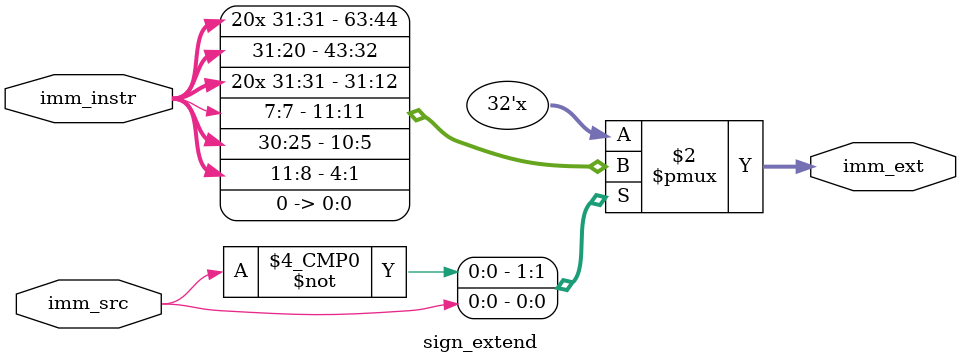
<source format=sv>
module sign_extend #(
    parameter DATA_WIDTH = 32
)(
    input  logic                  imm_src, // 0 = I type, 1 = B type
    input  logic [DATA_WIDTH-1:0] imm_instr,
    output logic [DATA_WIDTH-1:0] imm_ext
);

always_comb begin
    case (imm_src)
        // I type: imm[31:20]
        1'b0: imm_ext = {{20{imm_instr[31]}}, imm_instr[31:20]};

        // B type: immediate values are scattered in the instruction
        1'b1: imm_ext = {
                        {19{imm_instr[31]}},     // sign extend
                        imm_instr[31],           // imm[12]
                        imm_instr[7],            // imm[11]
                        imm_instr[30:25],        // imm[10:5]
                        imm_instr[11:8],         // imm[4:1]
                        1'b0                     // imm[0] = 0 is implicit
                        };
    endcase
end

endmodule

</source>
